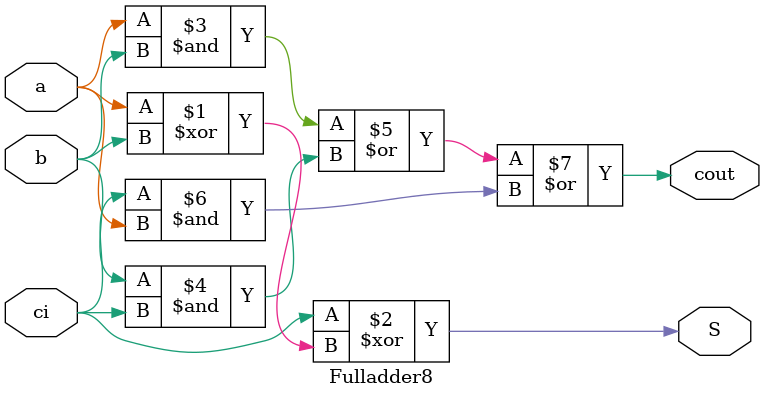
<source format=v>
`timescale 1ns / 1ps
module Fulladder8(
input ci,
input a, b, 
output S,
output cout
    );

assign S = ci ^ ( a ^ b );
assign cout = (a & b) | (b & ci) | (ci & a); 

endmodule

</source>
